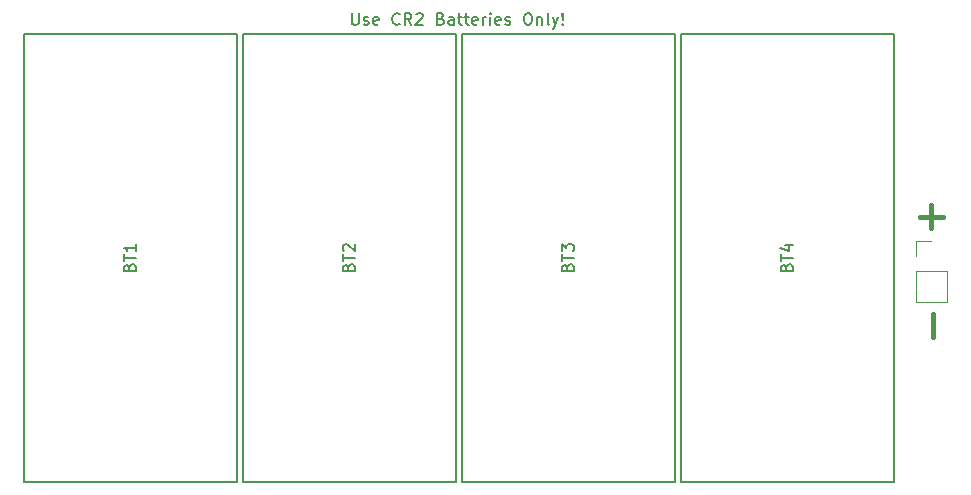
<source format=gbr>
G04 #@! TF.GenerationSoftware,KiCad,Pcbnew,(5.1.4)-1*
G04 #@! TF.CreationDate,2019-12-03T14:13:33-06:00*
G04 #@! TF.ProjectId,battery_pack,62617474-6572-4795-9f70-61636b2e6b69,rev?*
G04 #@! TF.SameCoordinates,Original*
G04 #@! TF.FileFunction,Legend,Top*
G04 #@! TF.FilePolarity,Positive*
%FSLAX46Y46*%
G04 Gerber Fmt 4.6, Leading zero omitted, Abs format (unit mm)*
G04 Created by KiCad (PCBNEW (5.1.4)-1) date 2019-12-03 14:13:33*
%MOMM*%
%LPD*%
G04 APERTURE LIST*
%ADD10C,0.150000*%
%ADD11C,0.381000*%
%ADD12C,0.120000*%
G04 APERTURE END LIST*
D10*
X105371428Y-21042380D02*
X105371428Y-21851904D01*
X105419047Y-21947142D01*
X105466666Y-21994761D01*
X105561904Y-22042380D01*
X105752380Y-22042380D01*
X105847619Y-21994761D01*
X105895238Y-21947142D01*
X105942857Y-21851904D01*
X105942857Y-21042380D01*
X106371428Y-21994761D02*
X106466666Y-22042380D01*
X106657142Y-22042380D01*
X106752380Y-21994761D01*
X106800000Y-21899523D01*
X106800000Y-21851904D01*
X106752380Y-21756666D01*
X106657142Y-21709047D01*
X106514285Y-21709047D01*
X106419047Y-21661428D01*
X106371428Y-21566190D01*
X106371428Y-21518571D01*
X106419047Y-21423333D01*
X106514285Y-21375714D01*
X106657142Y-21375714D01*
X106752380Y-21423333D01*
X107609523Y-21994761D02*
X107514285Y-22042380D01*
X107323809Y-22042380D01*
X107228571Y-21994761D01*
X107180952Y-21899523D01*
X107180952Y-21518571D01*
X107228571Y-21423333D01*
X107323809Y-21375714D01*
X107514285Y-21375714D01*
X107609523Y-21423333D01*
X107657142Y-21518571D01*
X107657142Y-21613809D01*
X107180952Y-21709047D01*
X109419047Y-21947142D02*
X109371428Y-21994761D01*
X109228571Y-22042380D01*
X109133333Y-22042380D01*
X108990476Y-21994761D01*
X108895238Y-21899523D01*
X108847619Y-21804285D01*
X108800000Y-21613809D01*
X108800000Y-21470952D01*
X108847619Y-21280476D01*
X108895238Y-21185238D01*
X108990476Y-21090000D01*
X109133333Y-21042380D01*
X109228571Y-21042380D01*
X109371428Y-21090000D01*
X109419047Y-21137619D01*
X110419047Y-22042380D02*
X110085714Y-21566190D01*
X109847619Y-22042380D02*
X109847619Y-21042380D01*
X110228571Y-21042380D01*
X110323809Y-21090000D01*
X110371428Y-21137619D01*
X110419047Y-21232857D01*
X110419047Y-21375714D01*
X110371428Y-21470952D01*
X110323809Y-21518571D01*
X110228571Y-21566190D01*
X109847619Y-21566190D01*
X110800000Y-21137619D02*
X110847619Y-21090000D01*
X110942857Y-21042380D01*
X111180952Y-21042380D01*
X111276190Y-21090000D01*
X111323809Y-21137619D01*
X111371428Y-21232857D01*
X111371428Y-21328095D01*
X111323809Y-21470952D01*
X110752380Y-22042380D01*
X111371428Y-22042380D01*
X112895238Y-21518571D02*
X113038095Y-21566190D01*
X113085714Y-21613809D01*
X113133333Y-21709047D01*
X113133333Y-21851904D01*
X113085714Y-21947142D01*
X113038095Y-21994761D01*
X112942857Y-22042380D01*
X112561904Y-22042380D01*
X112561904Y-21042380D01*
X112895238Y-21042380D01*
X112990476Y-21090000D01*
X113038095Y-21137619D01*
X113085714Y-21232857D01*
X113085714Y-21328095D01*
X113038095Y-21423333D01*
X112990476Y-21470952D01*
X112895238Y-21518571D01*
X112561904Y-21518571D01*
X113990476Y-22042380D02*
X113990476Y-21518571D01*
X113942857Y-21423333D01*
X113847619Y-21375714D01*
X113657142Y-21375714D01*
X113561904Y-21423333D01*
X113990476Y-21994761D02*
X113895238Y-22042380D01*
X113657142Y-22042380D01*
X113561904Y-21994761D01*
X113514285Y-21899523D01*
X113514285Y-21804285D01*
X113561904Y-21709047D01*
X113657142Y-21661428D01*
X113895238Y-21661428D01*
X113990476Y-21613809D01*
X114323809Y-21375714D02*
X114704761Y-21375714D01*
X114466666Y-21042380D02*
X114466666Y-21899523D01*
X114514285Y-21994761D01*
X114609523Y-22042380D01*
X114704761Y-22042380D01*
X114895238Y-21375714D02*
X115276190Y-21375714D01*
X115038095Y-21042380D02*
X115038095Y-21899523D01*
X115085714Y-21994761D01*
X115180952Y-22042380D01*
X115276190Y-22042380D01*
X115990476Y-21994761D02*
X115895238Y-22042380D01*
X115704761Y-22042380D01*
X115609523Y-21994761D01*
X115561904Y-21899523D01*
X115561904Y-21518571D01*
X115609523Y-21423333D01*
X115704761Y-21375714D01*
X115895238Y-21375714D01*
X115990476Y-21423333D01*
X116038095Y-21518571D01*
X116038095Y-21613809D01*
X115561904Y-21709047D01*
X116466666Y-22042380D02*
X116466666Y-21375714D01*
X116466666Y-21566190D02*
X116514285Y-21470952D01*
X116561904Y-21423333D01*
X116657142Y-21375714D01*
X116752380Y-21375714D01*
X117085714Y-22042380D02*
X117085714Y-21375714D01*
X117085714Y-21042380D02*
X117038095Y-21090000D01*
X117085714Y-21137619D01*
X117133333Y-21090000D01*
X117085714Y-21042380D01*
X117085714Y-21137619D01*
X117942857Y-21994761D02*
X117847619Y-22042380D01*
X117657142Y-22042380D01*
X117561904Y-21994761D01*
X117514285Y-21899523D01*
X117514285Y-21518571D01*
X117561904Y-21423333D01*
X117657142Y-21375714D01*
X117847619Y-21375714D01*
X117942857Y-21423333D01*
X117990476Y-21518571D01*
X117990476Y-21613809D01*
X117514285Y-21709047D01*
X118371428Y-21994761D02*
X118466666Y-22042380D01*
X118657142Y-22042380D01*
X118752380Y-21994761D01*
X118800000Y-21899523D01*
X118800000Y-21851904D01*
X118752380Y-21756666D01*
X118657142Y-21709047D01*
X118514285Y-21709047D01*
X118419047Y-21661428D01*
X118371428Y-21566190D01*
X118371428Y-21518571D01*
X118419047Y-21423333D01*
X118514285Y-21375714D01*
X118657142Y-21375714D01*
X118752380Y-21423333D01*
X120180952Y-21042380D02*
X120371428Y-21042380D01*
X120466666Y-21090000D01*
X120561904Y-21185238D01*
X120609523Y-21375714D01*
X120609523Y-21709047D01*
X120561904Y-21899523D01*
X120466666Y-21994761D01*
X120371428Y-22042380D01*
X120180952Y-22042380D01*
X120085714Y-21994761D01*
X119990476Y-21899523D01*
X119942857Y-21709047D01*
X119942857Y-21375714D01*
X119990476Y-21185238D01*
X120085714Y-21090000D01*
X120180952Y-21042380D01*
X121038095Y-21375714D02*
X121038095Y-22042380D01*
X121038095Y-21470952D02*
X121085714Y-21423333D01*
X121180952Y-21375714D01*
X121323809Y-21375714D01*
X121419047Y-21423333D01*
X121466666Y-21518571D01*
X121466666Y-22042380D01*
X122085714Y-22042380D02*
X121990476Y-21994761D01*
X121942857Y-21899523D01*
X121942857Y-21042380D01*
X122371428Y-21375714D02*
X122609523Y-22042380D01*
X122847619Y-21375714D02*
X122609523Y-22042380D01*
X122514285Y-22280476D01*
X122466666Y-22328095D01*
X122371428Y-22375714D01*
X123228571Y-21947142D02*
X123276190Y-21994761D01*
X123228571Y-22042380D01*
X123180952Y-21994761D01*
X123228571Y-21947142D01*
X123228571Y-22042380D01*
X123228571Y-21661428D02*
X123180952Y-21090000D01*
X123228571Y-21042380D01*
X123276190Y-21090000D01*
X123228571Y-21661428D01*
X123228571Y-21042380D01*
D11*
X154613428Y-48465619D02*
X154613428Y-46530380D01*
X153464380Y-38281428D02*
X155399619Y-38281428D01*
X154432000Y-39249047D02*
X154432000Y-37313809D01*
D10*
X77614000Y-60783000D02*
X77614000Y-22783000D01*
X77614000Y-22783000D02*
X95614000Y-22783000D01*
X95614000Y-22783000D02*
X95614000Y-60783000D01*
X95614000Y-60783000D02*
X77614000Y-60783000D01*
X96156000Y-22783000D02*
X114156000Y-22783000D01*
X96156000Y-60783000D02*
X96156000Y-22783000D01*
X114156000Y-60783000D02*
X96156000Y-60783000D01*
X114156000Y-22783000D02*
X114156000Y-60783000D01*
X132698000Y-60783000D02*
X114698000Y-60783000D01*
X132698000Y-22783000D02*
X132698000Y-60783000D01*
X114698000Y-22783000D02*
X132698000Y-22783000D01*
X114698000Y-60783000D02*
X114698000Y-22783000D01*
X151240000Y-22783000D02*
X151240000Y-60783000D01*
X151240000Y-60783000D02*
X133240000Y-60783000D01*
X133240000Y-60783000D02*
X133240000Y-22783000D01*
X133240000Y-22783000D02*
X151240000Y-22783000D01*
D12*
X153102000Y-40326000D02*
X154432000Y-40326000D01*
X153102000Y-41656000D02*
X153102000Y-40326000D01*
X153102000Y-42926000D02*
X155762000Y-42926000D01*
X155762000Y-42926000D02*
X155762000Y-45526000D01*
X153102000Y-42926000D02*
X153102000Y-45526000D01*
X153102000Y-45526000D02*
X155762000Y-45526000D01*
D10*
X86542571Y-42568714D02*
X86590190Y-42425857D01*
X86637809Y-42378238D01*
X86733047Y-42330619D01*
X86875904Y-42330619D01*
X86971142Y-42378238D01*
X87018761Y-42425857D01*
X87066380Y-42521095D01*
X87066380Y-42902047D01*
X86066380Y-42902047D01*
X86066380Y-42568714D01*
X86114000Y-42473476D01*
X86161619Y-42425857D01*
X86256857Y-42378238D01*
X86352095Y-42378238D01*
X86447333Y-42425857D01*
X86494952Y-42473476D01*
X86542571Y-42568714D01*
X86542571Y-42902047D01*
X86066380Y-42044904D02*
X86066380Y-41473476D01*
X87066380Y-41759190D02*
X86066380Y-41759190D01*
X87066380Y-40616333D02*
X87066380Y-41187761D01*
X87066380Y-40902047D02*
X86066380Y-40902047D01*
X86209238Y-40997285D01*
X86304476Y-41092523D01*
X86352095Y-41187761D01*
X105084571Y-42568714D02*
X105132190Y-42425857D01*
X105179809Y-42378238D01*
X105275047Y-42330619D01*
X105417904Y-42330619D01*
X105513142Y-42378238D01*
X105560761Y-42425857D01*
X105608380Y-42521095D01*
X105608380Y-42902047D01*
X104608380Y-42902047D01*
X104608380Y-42568714D01*
X104656000Y-42473476D01*
X104703619Y-42425857D01*
X104798857Y-42378238D01*
X104894095Y-42378238D01*
X104989333Y-42425857D01*
X105036952Y-42473476D01*
X105084571Y-42568714D01*
X105084571Y-42902047D01*
X104608380Y-42044904D02*
X104608380Y-41473476D01*
X105608380Y-41759190D02*
X104608380Y-41759190D01*
X104703619Y-41187761D02*
X104656000Y-41140142D01*
X104608380Y-41044904D01*
X104608380Y-40806809D01*
X104656000Y-40711571D01*
X104703619Y-40663952D01*
X104798857Y-40616333D01*
X104894095Y-40616333D01*
X105036952Y-40663952D01*
X105608380Y-41235380D01*
X105608380Y-40616333D01*
X123626571Y-42568714D02*
X123674190Y-42425857D01*
X123721809Y-42378238D01*
X123817047Y-42330619D01*
X123959904Y-42330619D01*
X124055142Y-42378238D01*
X124102761Y-42425857D01*
X124150380Y-42521095D01*
X124150380Y-42902047D01*
X123150380Y-42902047D01*
X123150380Y-42568714D01*
X123198000Y-42473476D01*
X123245619Y-42425857D01*
X123340857Y-42378238D01*
X123436095Y-42378238D01*
X123531333Y-42425857D01*
X123578952Y-42473476D01*
X123626571Y-42568714D01*
X123626571Y-42902047D01*
X123150380Y-42044904D02*
X123150380Y-41473476D01*
X124150380Y-41759190D02*
X123150380Y-41759190D01*
X123150380Y-41235380D02*
X123150380Y-40616333D01*
X123531333Y-40949666D01*
X123531333Y-40806809D01*
X123578952Y-40711571D01*
X123626571Y-40663952D01*
X123721809Y-40616333D01*
X123959904Y-40616333D01*
X124055142Y-40663952D01*
X124102761Y-40711571D01*
X124150380Y-40806809D01*
X124150380Y-41092523D01*
X124102761Y-41187761D01*
X124055142Y-41235380D01*
X142168571Y-42568714D02*
X142216190Y-42425857D01*
X142263809Y-42378238D01*
X142359047Y-42330619D01*
X142501904Y-42330619D01*
X142597142Y-42378238D01*
X142644761Y-42425857D01*
X142692380Y-42521095D01*
X142692380Y-42902047D01*
X141692380Y-42902047D01*
X141692380Y-42568714D01*
X141740000Y-42473476D01*
X141787619Y-42425857D01*
X141882857Y-42378238D01*
X141978095Y-42378238D01*
X142073333Y-42425857D01*
X142120952Y-42473476D01*
X142168571Y-42568714D01*
X142168571Y-42902047D01*
X141692380Y-42044904D02*
X141692380Y-41473476D01*
X142692380Y-41759190D02*
X141692380Y-41759190D01*
X142025714Y-40711571D02*
X142692380Y-40711571D01*
X141644761Y-40949666D02*
X142359047Y-41187761D01*
X142359047Y-40568714D01*
M02*

</source>
